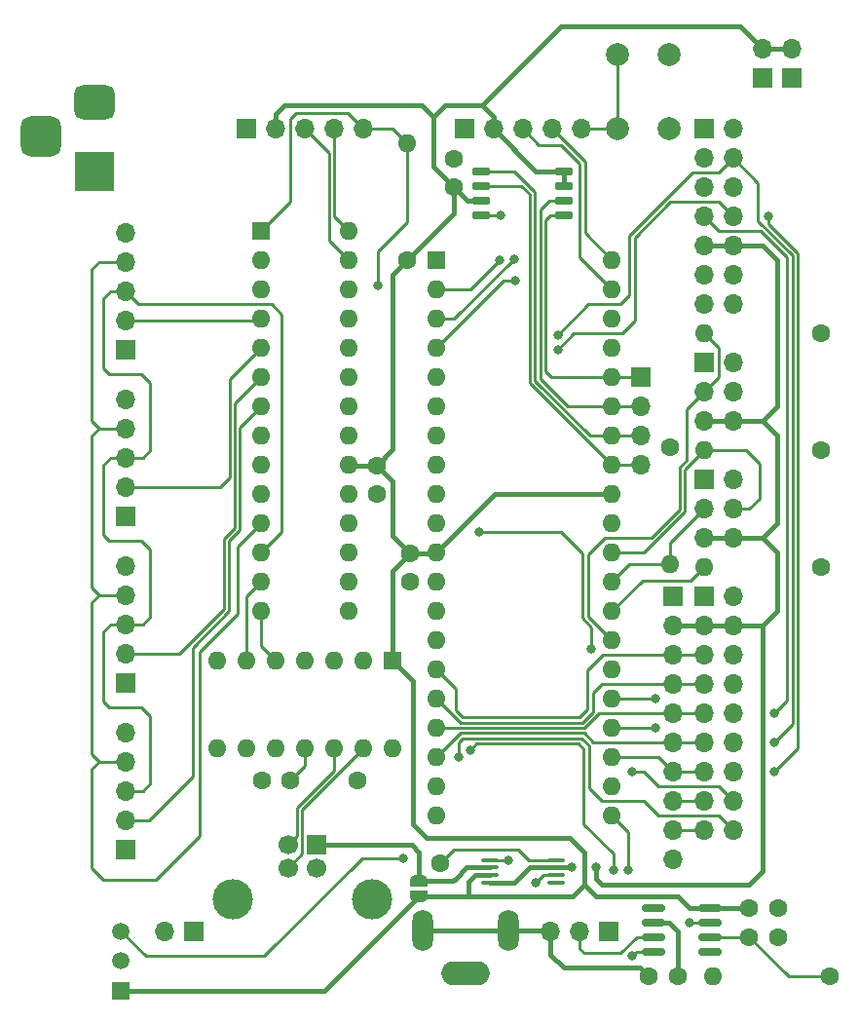
<source format=gtl>
%TF.GenerationSoftware,KiCad,Pcbnew,5.99.0-unknown-3b7f5a3db7~131~ubuntu20.04.1*%
%TF.CreationDate,2021-09-21T00:43:14-05:00*%
%TF.ProjectId,pictas,70696374-6173-42e6-9b69-6361645f7063,rev?*%
%TF.SameCoordinates,Original*%
%TF.FileFunction,Copper,L1,Top*%
%TF.FilePolarity,Positive*%
%FSLAX46Y46*%
G04 Gerber Fmt 4.6, Leading zero omitted, Abs format (unit mm)*
G04 Created by KiCad (PCBNEW 5.99.0-unknown-3b7f5a3db7~131~ubuntu20.04.1) date 2021-09-21 00:43:14*
%MOMM*%
%LPD*%
G01*
G04 APERTURE LIST*
G04 Aperture macros list*
%AMRoundRect*
0 Rectangle with rounded corners*
0 $1 Rounding radius*
0 $2 $3 $4 $5 $6 $7 $8 $9 X,Y pos of 4 corners*
0 Add a 4 corners polygon primitive as box body*
4,1,4,$2,$3,$4,$5,$6,$7,$8,$9,$2,$3,0*
0 Add four circle primitives for the rounded corners*
1,1,$1+$1,$2,$3*
1,1,$1+$1,$4,$5*
1,1,$1+$1,$6,$7*
1,1,$1+$1,$8,$9*
0 Add four rect primitives between the rounded corners*
20,1,$1+$1,$2,$3,$4,$5,0*
20,1,$1+$1,$4,$5,$6,$7,0*
20,1,$1+$1,$6,$7,$8,$9,0*
20,1,$1+$1,$8,$9,$2,$3,0*%
%AMHorizOval*
0 Thick line with rounded ends*
0 $1 width*
0 $2 $3 position (X,Y) of the first rounded end (center of the circle)*
0 $4 $5 position (X,Y) of the second rounded end (center of the circle)*
0 Add line between two ends*
20,1,$1,$2,$3,$4,$5,0*
0 Add two circle primitives to create the rounded ends*
1,1,$1,$2,$3*
1,1,$1,$4,$5*%
%AMFreePoly0*
4,1,22,0.500000,-0.750000,0.000000,-0.750000,0.000000,-0.745033,-0.079941,-0.743568,-0.215256,-0.701293,-0.333266,-0.622738,-0.424486,-0.514219,-0.481581,-0.384460,-0.499164,-0.250000,-0.500000,-0.250000,-0.500000,0.250000,-0.499164,0.250000,-0.499963,0.256109,-0.478152,0.396186,-0.417904,0.524511,-0.324060,0.630769,-0.204165,0.706417,-0.067858,0.745374,0.000000,0.744959,0.000000,0.750000,
0.500000,0.750000,0.500000,-0.750000,0.500000,-0.750000,$1*%
%AMFreePoly1*
4,1,20,0.000000,0.744959,0.073905,0.744508,0.209726,0.703889,0.328688,0.626782,0.421226,0.519385,0.479903,0.390333,0.500000,0.250000,0.500000,-0.250000,0.499851,-0.262216,0.476331,-0.402017,0.414519,-0.529596,0.319384,-0.634700,0.198574,-0.708877,0.061801,-0.746166,0.000000,-0.745033,0.000000,-0.750000,-0.500000,-0.750000,-0.500000,0.750000,0.000000,0.750000,0.000000,0.744959,
0.000000,0.744959,$1*%
G04 Aperture macros list end*
%TA.AperFunction,ComponentPad*%
%ADD10R,3.500000X3.500000*%
%TD*%
%TA.AperFunction,ComponentPad*%
%ADD11RoundRect,0.750000X-1.000000X0.750000X-1.000000X-0.750000X1.000000X-0.750000X1.000000X0.750000X0*%
%TD*%
%TA.AperFunction,ComponentPad*%
%ADD12RoundRect,0.875000X-0.875000X0.875000X-0.875000X-0.875000X0.875000X-0.875000X0.875000X0.875000X0*%
%TD*%
%TA.AperFunction,SMDPad,CuDef*%
%ADD13RoundRect,0.150000X-0.650000X-0.150000X0.650000X-0.150000X0.650000X0.150000X-0.650000X0.150000X0*%
%TD*%
%TA.AperFunction,ComponentPad*%
%ADD14R,1.700000X1.700000*%
%TD*%
%TA.AperFunction,ComponentPad*%
%ADD15O,1.700000X1.700000*%
%TD*%
%TA.AperFunction,ComponentPad*%
%ADD16C,1.600000*%
%TD*%
%TA.AperFunction,ComponentPad*%
%ADD17R,1.600000X1.600000*%
%TD*%
%TA.AperFunction,ComponentPad*%
%ADD18O,1.600000X1.600000*%
%TD*%
%TA.AperFunction,SMDPad,CuDef*%
%ADD19RoundRect,0.150000X-0.825000X-0.150000X0.825000X-0.150000X0.825000X0.150000X-0.825000X0.150000X0*%
%TD*%
%TA.AperFunction,ComponentPad*%
%ADD20R,1.500000X1.500000*%
%TD*%
%TA.AperFunction,ComponentPad*%
%ADD21C,1.500000*%
%TD*%
%TA.AperFunction,ComponentPad*%
%ADD22C,2.000000*%
%TD*%
%TA.AperFunction,ComponentPad*%
%ADD23C,1.700000*%
%TD*%
%TA.AperFunction,ComponentPad*%
%ADD24C,3.500000*%
%TD*%
%TA.AperFunction,ComponentPad*%
%ADD25O,1.800000X3.600000*%
%TD*%
%TA.AperFunction,ComponentPad*%
%ADD26O,4.200000X2.100000*%
%TD*%
%TA.AperFunction,ComponentPad*%
%ADD27HorizOval,1.600000X0.000000X0.000000X0.000000X0.000000X0*%
%TD*%
%TA.AperFunction,SMDPad,CuDef*%
%ADD28FreePoly0,90.000000*%
%TD*%
%TA.AperFunction,SMDPad,CuDef*%
%ADD29FreePoly1,90.000000*%
%TD*%
%TA.AperFunction,SMDPad,CuDef*%
%ADD30RoundRect,0.100000X0.637500X0.100000X-0.637500X0.100000X-0.637500X-0.100000X0.637500X-0.100000X0*%
%TD*%
%TA.AperFunction,ViaPad*%
%ADD31C,0.800000*%
%TD*%
%TA.AperFunction,Conductor*%
%ADD32C,0.250000*%
%TD*%
%TA.AperFunction,Conductor*%
%ADD33C,0.400000*%
%TD*%
G04 APERTURE END LIST*
D10*
X75184000Y-64643000D03*
D11*
X75184000Y-58643000D03*
D12*
X70484000Y-61643000D03*
D13*
X108795000Y-64643000D03*
X108795000Y-65913000D03*
X108795000Y-67183000D03*
X108795000Y-68453000D03*
X115995000Y-68453000D03*
X115995000Y-67183000D03*
X115995000Y-65913000D03*
X115995000Y-64643000D03*
D14*
X77851000Y-94615000D03*
D15*
X77851000Y-92075000D03*
X77851000Y-89535000D03*
X77851000Y-86995000D03*
X77851000Y-84455000D03*
D14*
X77851000Y-123571000D03*
D15*
X77851000Y-121031000D03*
X77851000Y-118491000D03*
X77851000Y-115951000D03*
X77851000Y-113411000D03*
D14*
X107315000Y-60960000D03*
D15*
X109855000Y-60960000D03*
X112395000Y-60960000D03*
X114935000Y-60960000D03*
X117475000Y-60960000D03*
D16*
X89702000Y-117602000D03*
X92202000Y-117602000D03*
D14*
X88392000Y-60960000D03*
D15*
X90932000Y-60960000D03*
X93472000Y-60960000D03*
X96012000Y-60960000D03*
X98552000Y-60960000D03*
D17*
X104902000Y-72390000D03*
D18*
X104902000Y-74930000D03*
X104902000Y-77470000D03*
X104902000Y-80010000D03*
X104902000Y-82550000D03*
X104902000Y-85090000D03*
X104902000Y-87630000D03*
X104902000Y-90170000D03*
X104902000Y-92710000D03*
X104902000Y-95250000D03*
X104902000Y-97790000D03*
X104902000Y-100330000D03*
X104902000Y-102870000D03*
X104902000Y-105410000D03*
X104902000Y-107950000D03*
X104902000Y-110490000D03*
X104902000Y-113030000D03*
X104902000Y-115570000D03*
X104902000Y-118110000D03*
X104902000Y-120650000D03*
X120142000Y-120650000D03*
X120142000Y-118110000D03*
X120142000Y-115570000D03*
X120142000Y-113030000D03*
X120142000Y-110490000D03*
X120142000Y-107950000D03*
X120142000Y-105410000D03*
X120142000Y-102870000D03*
X120142000Y-100330000D03*
X120142000Y-97790000D03*
X120142000Y-95250000D03*
X120142000Y-92710000D03*
X120142000Y-90170000D03*
X120142000Y-87630000D03*
X120142000Y-85090000D03*
X120142000Y-82550000D03*
X120142000Y-80010000D03*
X120142000Y-77470000D03*
X120142000Y-74930000D03*
X120142000Y-72390000D03*
D16*
X102616000Y-100330000D03*
X102616000Y-97830000D03*
X99695000Y-92710000D03*
X99695000Y-90210000D03*
X102362000Y-72390000D03*
D18*
X102362000Y-62230000D03*
D16*
X138303000Y-88900000D03*
D18*
X128143000Y-88900000D03*
D16*
X138303000Y-78740000D03*
D18*
X128143000Y-78740000D03*
D14*
X128143000Y-81280000D03*
D15*
X130683000Y-81280000D03*
X128143000Y-83820000D03*
X130683000Y-83820000D03*
X128143000Y-86360000D03*
X130683000Y-86360000D03*
D16*
X125222000Y-88646000D03*
D18*
X125222000Y-98806000D03*
D14*
X128143000Y-91440000D03*
D15*
X130683000Y-91440000D03*
X128143000Y-93980000D03*
X130683000Y-93980000D03*
X128143000Y-96520000D03*
X130683000Y-96520000D03*
D16*
X138303000Y-99060000D03*
D18*
X128143000Y-99060000D03*
D14*
X128143000Y-101600000D03*
D15*
X130683000Y-101600000D03*
X128143000Y-104140000D03*
X130683000Y-104140000D03*
X128143000Y-106680000D03*
X130683000Y-106680000D03*
X128143000Y-109220000D03*
X130683000Y-109220000D03*
X128143000Y-111760000D03*
X130683000Y-111760000D03*
X128143000Y-114300000D03*
X130683000Y-114300000D03*
X128143000Y-116840000D03*
X130683000Y-116840000D03*
X128143000Y-119380000D03*
X130683000Y-119380000D03*
X128143000Y-121920000D03*
X130683000Y-121920000D03*
D14*
X125476000Y-101600000D03*
D15*
X125476000Y-104140000D03*
X125476000Y-106680000D03*
X125476000Y-109220000D03*
X125476000Y-111760000D03*
X125476000Y-114300000D03*
X125476000Y-116840000D03*
X125476000Y-119380000D03*
X125476000Y-121920000D03*
X125476000Y-124460000D03*
D14*
X119888000Y-130683000D03*
D15*
X117348000Y-130683000D03*
X114808000Y-130683000D03*
D16*
X132080000Y-131191000D03*
X134580000Y-131191000D03*
X125857000Y-134620000D03*
X123357000Y-134620000D03*
X139065000Y-134620000D03*
D18*
X128905000Y-134620000D03*
D19*
X123763000Y-128651000D03*
X123763000Y-129921000D03*
X123763000Y-131191000D03*
X123763000Y-132461000D03*
X128713000Y-132461000D03*
X128713000Y-131191000D03*
X128713000Y-129921000D03*
X128713000Y-128651000D03*
D18*
X101092000Y-114808000D03*
X98552000Y-114808000D03*
X96012000Y-114808000D03*
X93472000Y-114808000D03*
X90932000Y-114808000D03*
X88392000Y-114808000D03*
X85852000Y-114808000D03*
X85852000Y-107188000D03*
X88392000Y-107188000D03*
X90932000Y-107188000D03*
X93472000Y-107188000D03*
X96012000Y-107188000D03*
X98552000Y-107188000D03*
D17*
X101092000Y-107188000D03*
D14*
X128143000Y-60960000D03*
D15*
X130683000Y-60960000D03*
X128143000Y-63500000D03*
X130683000Y-63500000D03*
X128143000Y-66040000D03*
X130683000Y-66040000D03*
X128143000Y-68580000D03*
X130683000Y-68580000D03*
X128143000Y-71120000D03*
X130683000Y-71120000D03*
X128143000Y-73660000D03*
X130683000Y-73660000D03*
X128143000Y-76200000D03*
X130683000Y-76200000D03*
D14*
X83820000Y-130683000D03*
D15*
X81280000Y-130683000D03*
D20*
X77470000Y-135890000D03*
D21*
X77470000Y-133290000D03*
X77470000Y-130690000D03*
D22*
X125095000Y-54483000D03*
X125095000Y-60983000D03*
X120595000Y-54483000D03*
X120595000Y-60983000D03*
D14*
X77851000Y-80137000D03*
D15*
X77851000Y-77597000D03*
X77851000Y-75057000D03*
X77851000Y-72517000D03*
X77851000Y-69977000D03*
D14*
X77851000Y-109093000D03*
D15*
X77851000Y-106553000D03*
X77851000Y-104013000D03*
X77851000Y-101473000D03*
X77851000Y-98933000D03*
D14*
X135763000Y-56515000D03*
D15*
X135763000Y-53975000D03*
D14*
X133223000Y-56515000D03*
D15*
X133223000Y-53975000D03*
D14*
X94488000Y-123190000D03*
D23*
X91988000Y-123190000D03*
X91988000Y-125190000D03*
X94488000Y-125190000D03*
D24*
X99258000Y-127900000D03*
X87218000Y-127900000D03*
D25*
X111192000Y-130666000D03*
X103692000Y-130666000D03*
D26*
X107442000Y-134366000D03*
D14*
X122682000Y-82550000D03*
D15*
X122682000Y-85090000D03*
X122682000Y-87630000D03*
X122682000Y-90170000D03*
D17*
X89662000Y-69850000D03*
D18*
X89662000Y-72390000D03*
X89662000Y-74930000D03*
X89662000Y-77470000D03*
X89662000Y-80010000D03*
X89662000Y-82550000D03*
X89662000Y-85090000D03*
X89662000Y-87630000D03*
X89662000Y-90170000D03*
X89662000Y-92710000D03*
X89662000Y-95250000D03*
X89662000Y-97790000D03*
X89662000Y-100330000D03*
X89662000Y-102870000D03*
X97282000Y-102870000D03*
X97282000Y-100330000D03*
X97282000Y-97790000D03*
X97282000Y-95250000D03*
X97282000Y-92710000D03*
X97282000Y-90170000D03*
X97282000Y-87630000D03*
X97282000Y-85090000D03*
X97282000Y-82550000D03*
X97282000Y-80010000D03*
X97282000Y-77470000D03*
X97282000Y-74930000D03*
X97282000Y-72390000D03*
X97282000Y-69850000D03*
D16*
X98044000Y-117602000D03*
D27*
X105228205Y-124786205D03*
D28*
X103378000Y-127650000D03*
D29*
X103378000Y-126350000D03*
D16*
X106426000Y-63540000D03*
X106426000Y-66040000D03*
D30*
X115257500Y-126451000D03*
X115257500Y-125801000D03*
X115257500Y-125151000D03*
X115257500Y-124501000D03*
X109532500Y-124501000D03*
X109532500Y-125151000D03*
X109532500Y-125801000D03*
X109532500Y-126451000D03*
D16*
X134580000Y-128651000D03*
X132080000Y-128651000D03*
D31*
X99822000Y-74549000D03*
X118745000Y-125145800D03*
X116624100Y-125145800D03*
X121920000Y-132842000D03*
X111125000Y-124510800D03*
X110490000Y-68453000D03*
X113538000Y-126492000D03*
X126873000Y-129921000D03*
X121539000Y-125349000D03*
X120269000Y-125349000D03*
X107823000Y-114935000D03*
X101981000Y-124333000D03*
X115443000Y-80137000D03*
X134239000Y-116840000D03*
X133731000Y-68580000D03*
X111762820Y-74168000D03*
X134239000Y-111760000D03*
X110363000Y-72390000D03*
X134239000Y-114300000D03*
X115443000Y-78867000D03*
X111633000Y-72263000D03*
X106807000Y-115570000D03*
X123952000Y-110490000D03*
X121920000Y-116840000D03*
X118364000Y-106172000D03*
X108585000Y-96012000D03*
X123952000Y-113030000D03*
D32*
X139065000Y-134620000D02*
X135509000Y-134620000D01*
X135509000Y-134620000D02*
X132080000Y-131191000D01*
X128713000Y-131191000D02*
X132080000Y-131191000D01*
D33*
X125857000Y-127635000D02*
X118745000Y-127635000D01*
X117729000Y-126619000D02*
X118745000Y-127635000D01*
X101092000Y-107188000D02*
X102870000Y-108966000D01*
X102870000Y-108966000D02*
X102870000Y-121412000D01*
X102870000Y-121412000D02*
X104013000Y-122555000D01*
X104013000Y-122555000D02*
X116459000Y-122555000D01*
X116459000Y-122555000D02*
X117729000Y-123825000D01*
X117729000Y-123825000D02*
X117729000Y-126619000D01*
X117729000Y-126619000D02*
X117475000Y-126873000D01*
X119634000Y-126619000D02*
X119253000Y-126619000D01*
X119253000Y-126619000D02*
X118745000Y-126111000D01*
X119634000Y-126619000D02*
X132080000Y-126619000D01*
X118745000Y-126111000D02*
X118745000Y-125145800D01*
D32*
X102362000Y-69088000D02*
X99822000Y-71628000D01*
X99822000Y-71628000D02*
X99822000Y-74549000D01*
X104902000Y-107950000D02*
X106553000Y-109601000D01*
X106553000Y-109601000D02*
X106553000Y-111505282D01*
X119380000Y-106680000D02*
X125476000Y-106680000D01*
X106553000Y-111505282D02*
X107178678Y-112130960D01*
X107178678Y-112130960D02*
X117358040Y-112130960D01*
X117358040Y-112130960D02*
X118041480Y-111447520D01*
X118041480Y-111447520D02*
X118041480Y-108018520D01*
X118041480Y-108018520D02*
X119380000Y-106680000D01*
X126619000Y-89787590D02*
X126041990Y-90364600D01*
X128143000Y-83820000D02*
X126619000Y-85344000D01*
X118110000Y-103378000D02*
X120142000Y-105410000D01*
X126041990Y-94047600D02*
X123569590Y-96520000D01*
X128143000Y-83820000D02*
X129413000Y-82550000D01*
X119507000Y-96520000D02*
X118110000Y-97917000D01*
X129413000Y-82550000D02*
X129413000Y-80010000D01*
X118110000Y-97917000D02*
X118110000Y-103378000D01*
X126619000Y-85344000D02*
X126619000Y-89787590D01*
X126041990Y-90364600D02*
X126041990Y-94047600D01*
X129413000Y-80010000D02*
X128143000Y-78740000D01*
X123569590Y-96520000D02*
X119507000Y-96520000D01*
D33*
X133223000Y-86360000D02*
X134493000Y-85090000D01*
X134493000Y-72390000D02*
X133223000Y-71120000D01*
X133223000Y-71120000D02*
X130683000Y-71120000D01*
X115257500Y-125151000D02*
X112974000Y-125151000D01*
X112974000Y-125151000D02*
X111674000Y-126451000D01*
X111674000Y-126451000D02*
X109532500Y-126451000D01*
X134493000Y-102870000D02*
X133223000Y-104140000D01*
X128143000Y-96520000D02*
X130683000Y-96520000D01*
X134493000Y-97790000D02*
X134493000Y-102870000D01*
X134493000Y-72390000D02*
X134493000Y-85090000D01*
X133223000Y-96520000D02*
X130683000Y-96520000D01*
X133223000Y-125476000D02*
X133223000Y-104140000D01*
X132080000Y-126619000D02*
X133223000Y-125476000D01*
X116618900Y-125151000D02*
X116624100Y-125145800D01*
X134493000Y-87630000D02*
X133223000Y-86360000D01*
X128143000Y-104140000D02*
X125476000Y-104140000D01*
X115257500Y-125151000D02*
X116618900Y-125151000D01*
X128143000Y-71120000D02*
X130683000Y-71120000D01*
X130683000Y-104140000D02*
X128143000Y-104140000D01*
X133223000Y-104140000D02*
X130683000Y-104140000D01*
X133223000Y-96520000D02*
X134493000Y-97790000D01*
X128143000Y-86360000D02*
X130683000Y-86360000D01*
X133223000Y-86360000D02*
X130683000Y-86360000D01*
X134493000Y-87630000D02*
X134493000Y-95250000D01*
X133223000Y-96520000D02*
X134493000Y-95250000D01*
D32*
X122809000Y-100203000D02*
X127000000Y-100203000D01*
X120142000Y-102870000D02*
X122809000Y-100203000D01*
X127000000Y-100203000D02*
X128143000Y-99060000D01*
X120142000Y-100330000D02*
X121666000Y-98806000D01*
X121666000Y-98806000D02*
X125222000Y-98806000D01*
X125222000Y-98806000D02*
X125222000Y-96901000D01*
X125222000Y-96901000D02*
X128143000Y-93980000D01*
X122936000Y-97790000D02*
X126492000Y-94234000D01*
X126492000Y-94234000D02*
X126492000Y-90551000D01*
X126492000Y-90551000D02*
X128143000Y-88900000D01*
X131826000Y-88900000D02*
X132969000Y-90043000D01*
X132969000Y-93091000D02*
X132080000Y-93980000D01*
X120142000Y-97790000D02*
X122936000Y-97790000D01*
X132969000Y-90043000D02*
X132969000Y-93091000D01*
X128143000Y-88900000D02*
X131826000Y-88900000D01*
X132080000Y-93980000D02*
X130683000Y-93980000D01*
D33*
X103378000Y-123825000D02*
X102743000Y-123190000D01*
X102743000Y-123190000D02*
X94488000Y-123190000D01*
X103378000Y-126350000D02*
X106314000Y-126350000D01*
X107513000Y-125151000D02*
X109532500Y-125151000D01*
X106553000Y-126111000D02*
X107513000Y-125151000D01*
X103378000Y-126350000D02*
X103378000Y-123825000D01*
X106314000Y-126350000D02*
X106553000Y-126111000D01*
D32*
X92768480Y-122409520D02*
X92768480Y-119955803D01*
X92768480Y-119955803D02*
X96012000Y-116712283D01*
X96012000Y-116712283D02*
X96012000Y-114808000D01*
X91988000Y-123190000D02*
X92768480Y-122409520D01*
X98552000Y-114808000D02*
X93218000Y-120142000D01*
X93218000Y-123960000D02*
X93218000Y-120142000D01*
X91988000Y-125190000D02*
X93218000Y-123960000D01*
X92202000Y-117602000D02*
X93472000Y-116332000D01*
X93472000Y-116332000D02*
X93472000Y-114808000D01*
X74930000Y-125222000D02*
X75946000Y-126238000D01*
X75565000Y-72517000D02*
X74930000Y-73152000D01*
X74930000Y-116586000D02*
X74930000Y-125222000D01*
X84328000Y-122428000D02*
X84328000Y-106426000D01*
X77851000Y-72517000D02*
X75565000Y-72517000D01*
X75565000Y-86995000D02*
X74930000Y-86360000D01*
X75565000Y-101473000D02*
X74930000Y-102108000D01*
X74930000Y-87630000D02*
X74930000Y-100838000D01*
X75565000Y-101473000D02*
X74930000Y-100838000D01*
X75565000Y-86995000D02*
X74930000Y-87630000D01*
X75565000Y-115951000D02*
X77851000Y-115951000D01*
X87630000Y-103124000D02*
X87630000Y-97282000D01*
X75946000Y-126238000D02*
X80518000Y-126238000D01*
X74930000Y-115316000D02*
X75565000Y-115951000D01*
X74930000Y-73152000D02*
X74930000Y-86360000D01*
X77851000Y-86995000D02*
X75565000Y-86995000D01*
X87630000Y-97282000D02*
X89662000Y-95250000D01*
X74930000Y-102108000D02*
X74930000Y-115316000D01*
X84328000Y-106426000D02*
X87630000Y-103124000D01*
X77851000Y-101473000D02*
X75565000Y-101473000D01*
X75565000Y-115951000D02*
X74930000Y-116586000D01*
X80518000Y-126238000D02*
X84328000Y-122428000D01*
X79248000Y-111252000D02*
X80010000Y-112014000D01*
X77851000Y-104013000D02*
X76581000Y-104013000D01*
X79375000Y-104013000D02*
X77851000Y-104013000D01*
X76581000Y-104013000D02*
X75946000Y-104648000D01*
X76454000Y-111252000D02*
X79248000Y-111252000D01*
X80010000Y-117856000D02*
X79375000Y-118491000D01*
X80010000Y-112014000D02*
X80010000Y-117856000D01*
X75946000Y-110744000D02*
X76454000Y-111252000D01*
X75946000Y-104648000D02*
X75946000Y-110744000D01*
X76454000Y-96774000D02*
X79248000Y-96774000D01*
X79248000Y-82296000D02*
X80010000Y-83058000D01*
X75946000Y-81788000D02*
X76454000Y-82296000D01*
X76454000Y-82296000D02*
X79248000Y-82296000D01*
X89662000Y-97790000D02*
X91440000Y-96012000D01*
X76581000Y-75057000D02*
X75946000Y-75692000D01*
X91440000Y-96012000D02*
X91440000Y-77089000D01*
X77851000Y-75057000D02*
X76581000Y-75057000D01*
X90551000Y-76200000D02*
X78994000Y-76200000D01*
X75946000Y-96266000D02*
X76454000Y-96774000D01*
X79375000Y-89535000D02*
X77851000Y-89535000D01*
X79248000Y-96774000D02*
X80010000Y-97536000D01*
X80010000Y-88900000D02*
X79375000Y-89535000D01*
X76581000Y-89535000D02*
X75946000Y-90170000D01*
X80010000Y-83058000D02*
X80010000Y-88900000D01*
X75946000Y-90170000D02*
X75946000Y-96266000D01*
X78994000Y-76200000D02*
X77851000Y-75057000D01*
X75946000Y-75692000D02*
X75946000Y-81788000D01*
X91440000Y-77089000D02*
X90551000Y-76200000D01*
X80010000Y-103378000D02*
X79375000Y-104013000D01*
X79375000Y-118491000D02*
X77851000Y-118491000D01*
X80010000Y-97536000D02*
X80010000Y-103378000D01*
X77851000Y-89535000D02*
X76581000Y-89535000D01*
X89535000Y-77597000D02*
X89662000Y-77470000D01*
X77851000Y-77597000D02*
X89535000Y-77597000D01*
X86106000Y-92075000D02*
X86921460Y-91259540D01*
X86921460Y-82750540D02*
X89662000Y-80010000D01*
X77851000Y-92075000D02*
X86106000Y-92075000D01*
X86921460Y-91259540D02*
X86921460Y-82750540D01*
X86418480Y-96587802D02*
X87370980Y-95635302D01*
X87370980Y-95635302D02*
X87370980Y-84841020D01*
X86418480Y-102683803D02*
X86418480Y-96587802D01*
X82549283Y-106553000D02*
X86418480Y-102683803D01*
X77851000Y-106553000D02*
X82549283Y-106553000D01*
X87370980Y-84841020D02*
X89662000Y-82550000D01*
X108795000Y-68453000D02*
X110490000Y-68453000D01*
X122301000Y-132461000D02*
X121920000Y-132842000D01*
X115257500Y-125801000D02*
X114229000Y-125801000D01*
X123763000Y-132461000D02*
X122301000Y-132461000D01*
X114229000Y-125801000D02*
X113538000Y-126492000D01*
X111115200Y-124501000D02*
X111125000Y-124510800D01*
X109532500Y-124501000D02*
X111115200Y-124501000D01*
D33*
X109855000Y-59944000D02*
X108839000Y-58928000D01*
X104648000Y-64262000D02*
X106426000Y-66040000D01*
X104862000Y-97830000D02*
X104902000Y-97790000D01*
X100950000Y-130063000D02*
X95123000Y-135890000D01*
X109532500Y-125801000D02*
X108260000Y-125801000D01*
X102616000Y-97830000D02*
X104862000Y-97830000D01*
X101092000Y-99354000D02*
X102616000Y-97830000D01*
X99695000Y-90210000D02*
X97322000Y-90210000D01*
X101092000Y-91607000D02*
X99695000Y-90210000D01*
X104902000Y-97790000D02*
X109982000Y-92710000D01*
X100965000Y-130063000D02*
X100950000Y-130063000D01*
X101092000Y-96306000D02*
X101092000Y-91607000D01*
X103393000Y-127635000D02*
X103378000Y-127650000D01*
X101092000Y-88813000D02*
X101092000Y-73660000D01*
X109855000Y-60960000D02*
X113538000Y-64643000D01*
X104648000Y-59944000D02*
X103632000Y-58928000D01*
X106426000Y-68326000D02*
X106362500Y-68389500D01*
X102616000Y-97830000D02*
X101092000Y-96306000D01*
X104648000Y-59944000D02*
X105664000Y-58928000D01*
X104648000Y-64262000D02*
X104648000Y-59944000D01*
X113538000Y-64643000D02*
X115995000Y-64643000D01*
X126873000Y-128651000D02*
X125857000Y-127635000D01*
X115697000Y-52070000D02*
X131318000Y-52070000D01*
X102362000Y-72390000D02*
X106362500Y-68389500D01*
X116332000Y-127635000D02*
X107696000Y-127635000D01*
X109982000Y-92710000D02*
X120142000Y-92710000D01*
X103378000Y-127650000D02*
X100965000Y-130063000D01*
X106426000Y-66040000D02*
X106426000Y-68326000D01*
X107696000Y-127635000D02*
X103393000Y-127635000D01*
X99695000Y-90210000D02*
X101092000Y-88813000D01*
X133223000Y-53975000D02*
X135763000Y-53975000D01*
X107696000Y-126365000D02*
X107696000Y-127635000D01*
X128713000Y-128651000D02*
X132080000Y-128651000D01*
X128713000Y-128651000D02*
X126873000Y-128651000D01*
X108260000Y-125801000D02*
X107696000Y-126365000D01*
X90932000Y-59690000D02*
X90932000Y-60960000D01*
X131318000Y-52070000D02*
X133223000Y-53975000D01*
X107569000Y-67183000D02*
X108795000Y-67183000D01*
X97322000Y-90210000D02*
X97282000Y-90170000D01*
X103632000Y-58928000D02*
X91694000Y-58928000D01*
X106426000Y-66040000D02*
X107569000Y-67183000D01*
X109855000Y-60960000D02*
X109855000Y-59944000D01*
X108839000Y-58928000D02*
X105664000Y-58928000D01*
X115995000Y-65913000D02*
X115995000Y-64643000D01*
X91694000Y-58928000D02*
X90932000Y-59690000D01*
X101092000Y-107188000D02*
X101092000Y-99354000D01*
X108839000Y-58928000D02*
X115697000Y-52070000D01*
X95123000Y-135890000D02*
X77470000Y-135890000D01*
X116332000Y-127635000D02*
X116713000Y-127635000D01*
X101092000Y-73660000D02*
X102362000Y-72390000D01*
X116713000Y-127635000D02*
X117475000Y-126873000D01*
D32*
X113468989Y-66477579D02*
X113468990Y-82860580D01*
X113468990Y-82860580D02*
X118238410Y-87630000D01*
X120142000Y-87630000D02*
X122682000Y-87630000D01*
X108795000Y-64643000D02*
X111634410Y-64643000D01*
X111634410Y-64643000D02*
X113468989Y-66477579D01*
X118238410Y-87630000D02*
X120142000Y-87630000D01*
X120142000Y-82550000D02*
X114877010Y-82550000D01*
X114369010Y-68891990D02*
X114808000Y-68453000D01*
X114369010Y-82042000D02*
X114369010Y-68891990D01*
X114877010Y-82550000D02*
X114369010Y-82042000D01*
X114808000Y-68453000D02*
X115995000Y-68453000D01*
X120142000Y-82550000D02*
X122682000Y-82550000D01*
X115995000Y-67183000D02*
X114681000Y-67183000D01*
X122682000Y-85090000D02*
X120142000Y-85090000D01*
X113919000Y-82674180D02*
X116334820Y-85090000D01*
X116334820Y-85090000D02*
X120142000Y-85090000D01*
X113919000Y-67945000D02*
X113919000Y-82674180D01*
X114681000Y-67183000D02*
X113919000Y-67945000D01*
X113018980Y-66663980D02*
X112268000Y-65913000D01*
X122682000Y-90170000D02*
X120142000Y-90170000D01*
X112268000Y-65913000D02*
X108795000Y-65913000D01*
X120142000Y-90170000D02*
X113018980Y-83046980D01*
X113018980Y-83046980D02*
X113018980Y-66663980D01*
D33*
X115951000Y-133858000D02*
X122595000Y-133858000D01*
X114808000Y-130683000D02*
X114808000Y-132715000D01*
X122595000Y-133858000D02*
X123357000Y-134620000D01*
X114808000Y-132715000D02*
X115951000Y-133858000D01*
X114791000Y-130666000D02*
X114808000Y-130683000D01*
X103692000Y-130666000D02*
X111192000Y-130666000D01*
X111192000Y-130666000D02*
X114791000Y-130666000D01*
D32*
X121539000Y-125349000D02*
X121539000Y-122047000D01*
X128713000Y-129921000D02*
X126873000Y-129921000D01*
X121539000Y-122047000D02*
X120142000Y-120650000D01*
X117348000Y-130683000D02*
X117348000Y-132207000D01*
X120269000Y-123952000D02*
X117689361Y-121372361D01*
X120904000Y-132588000D02*
X122301000Y-131191000D01*
X117729000Y-132588000D02*
X120904000Y-132588000D01*
X117348000Y-132207000D02*
X117729000Y-132588000D01*
X108379440Y-114378560D02*
X107823000Y-114935000D01*
X122301000Y-131191000D02*
X123763000Y-131191000D01*
X117220282Y-114378560D02*
X108379440Y-114378560D01*
X117689361Y-114847639D02*
X117220282Y-114378560D01*
X117689361Y-121372361D02*
X117689361Y-114847639D01*
X120269000Y-125349000D02*
X120269000Y-123952000D01*
X102362000Y-64516000D02*
X102362000Y-62230000D01*
X98552000Y-60960000D02*
X101092000Y-60960000D01*
X98552000Y-60960000D02*
X97155000Y-59563000D01*
X92202000Y-60071000D02*
X92202000Y-67310000D01*
X92710000Y-59563000D02*
X92202000Y-60071000D01*
X117475000Y-60960000D02*
X120572000Y-60960000D01*
X120595000Y-60983000D02*
X120595000Y-54483000D01*
X101092000Y-60960000D02*
X102362000Y-62230000D01*
X92202000Y-67310000D02*
X89662000Y-69850000D01*
X97155000Y-59563000D02*
X92710000Y-59563000D01*
X102362000Y-64516000D02*
X102362000Y-69088000D01*
X120572000Y-60960000D02*
X120595000Y-60983000D01*
X98425000Y-124333000D02*
X89916000Y-132842000D01*
X79622000Y-132842000D02*
X77470000Y-130690000D01*
X101981000Y-124333000D02*
X98425000Y-124333000D01*
X89916000Y-132842000D02*
X79622000Y-132842000D01*
X83693000Y-117221000D02*
X83693000Y-106045000D01*
X83693000Y-106045000D02*
X86868000Y-102870000D01*
X77851000Y-121031000D02*
X79883000Y-121031000D01*
X87820500Y-95821500D02*
X87820500Y-86931500D01*
X87820500Y-86931500D02*
X89662000Y-85090000D01*
X79883000Y-121031000D02*
X83693000Y-117221000D01*
X86868000Y-96774000D02*
X87820500Y-95821500D01*
X86868000Y-102870000D02*
X86868000Y-96774000D01*
X122116010Y-70417400D02*
X125223410Y-67310000D01*
X136282018Y-114796980D02*
X136282018Y-72505982D01*
X136282018Y-71763198D02*
X136282018Y-72505982D01*
X122116010Y-77654990D02*
X122116010Y-70417400D01*
X121031000Y-78740000D02*
X122116010Y-77654990D01*
X115443000Y-80137000D02*
X116840000Y-78740000D01*
X129413000Y-67310000D02*
X130683000Y-68580000D01*
X133731000Y-68580000D02*
X133731000Y-69212180D01*
X116967000Y-78740000D02*
X121031000Y-78740000D01*
X134239000Y-116840000D02*
X136282018Y-114796980D01*
X116840000Y-78740000D02*
X116967000Y-78740000D01*
X133731000Y-69212180D02*
X136282018Y-71763198D01*
X125223410Y-67310000D02*
X129413000Y-67310000D01*
X133096000Y-69850000D02*
X129413000Y-69850000D01*
X135382000Y-72136000D02*
X133096000Y-69850000D01*
X134239000Y-111760000D02*
X135382000Y-110617000D01*
X135382000Y-110617000D02*
X135382000Y-72136000D01*
X129413000Y-69850000D02*
X128143000Y-68580000D01*
X110744000Y-74168000D02*
X104902000Y-80010000D01*
X111762820Y-74168000D02*
X110744000Y-74168000D01*
X104902000Y-74930000D02*
X107823000Y-74930000D01*
X107823000Y-74930000D02*
X110363000Y-72390000D01*
X118110000Y-76200000D02*
X115443000Y-78867000D01*
X129413000Y-64770000D02*
X127127000Y-64770000D01*
X132843410Y-68961000D02*
X132843410Y-65660410D01*
X130683000Y-63500000D02*
X129413000Y-64770000D01*
X132843410Y-65660410D02*
X130683000Y-63500000D01*
X120904000Y-76200000D02*
X118110000Y-76200000D01*
X121666000Y-70231000D02*
X121666000Y-75438000D01*
X135832010Y-112706990D02*
X135832009Y-71949599D01*
X134239000Y-114300000D02*
X135832010Y-112706990D01*
X135832009Y-71949599D02*
X132843410Y-68961000D01*
X127127000Y-64770000D02*
X121666000Y-70231000D01*
X121666000Y-75438000D02*
X120904000Y-76200000D01*
X106426000Y-77470000D02*
X111633000Y-72263000D01*
X104902000Y-77470000D02*
X106426000Y-77470000D01*
X119253000Y-119380000D02*
X118138881Y-118265881D01*
X117542802Y-113929040D02*
X107178678Y-113929040D01*
X107178678Y-113929040D02*
X106807000Y-114300718D01*
X106807000Y-114300718D02*
X106807000Y-115570000D01*
X118138881Y-114525119D02*
X117542802Y-113929040D01*
X129413000Y-120650000D02*
X124206000Y-120650000D01*
X130683000Y-121920000D02*
X129413000Y-120650000D01*
X118138881Y-118265881D02*
X118138881Y-114525119D01*
X124206000Y-120650000D02*
X122936000Y-119380000D01*
X122936000Y-119380000D02*
X119253000Y-119380000D01*
X128143000Y-121920000D02*
X125476000Y-121920000D01*
X120142000Y-110490000D02*
X123952000Y-110490000D01*
X117591960Y-102626040D02*
X117591960Y-97906960D01*
X129413000Y-118110000D02*
X124206000Y-118110000D01*
X117591960Y-102626040D02*
X117591960Y-103495677D01*
X117591960Y-103495677D02*
X118364000Y-104267717D01*
X124206000Y-118110000D02*
X122936000Y-116840000D01*
X117591960Y-97906960D02*
X115697000Y-96012000D01*
X115697000Y-96012000D02*
X108585000Y-96012000D01*
X130683000Y-119380000D02*
X129413000Y-118110000D01*
X122936000Y-116840000D02*
X121920000Y-116840000D01*
X118364000Y-104267717D02*
X118364000Y-106172000D01*
X125476000Y-119380000D02*
X128143000Y-119380000D01*
X123952000Y-113030000D02*
X120142000Y-113030000D01*
X124206000Y-115570000D02*
X125476000Y-116840000D01*
X125476000Y-116840000D02*
X128143000Y-116840000D01*
X120142000Y-115570000D02*
X124206000Y-115570000D01*
X128143000Y-114300000D02*
X125476000Y-114300000D01*
X104902000Y-115570000D02*
X106992480Y-113479520D01*
X118549480Y-114300000D02*
X125476000Y-114300000D01*
X117729000Y-113479520D02*
X118549480Y-114300000D01*
X106992480Y-113479520D02*
X117729000Y-113479520D01*
X117730436Y-113030000D02*
X119000436Y-111760000D01*
X119000436Y-111760000D02*
X125476000Y-111760000D01*
X125476000Y-111760000D02*
X128143000Y-111760000D01*
X104902000Y-113030000D02*
X117730436Y-113030000D01*
X104902000Y-110490000D02*
X106992480Y-112580480D01*
X119253000Y-109220000D02*
X125476000Y-109220000D01*
X118491000Y-111633718D02*
X118491000Y-109982000D01*
X118491000Y-109982000D02*
X119253000Y-109220000D01*
X128143000Y-109220000D02*
X125476000Y-109220000D01*
X117544238Y-112580480D02*
X118491000Y-111633718D01*
X106992480Y-112580480D02*
X117544238Y-112580480D01*
X125476000Y-106680000D02*
X128143000Y-106680000D01*
D33*
X123763000Y-129921000D02*
X125095000Y-129921000D01*
X125095000Y-129921000D02*
X125857000Y-130683000D01*
X125857000Y-130683000D02*
X125857000Y-134620000D01*
D32*
X96012000Y-68580000D02*
X96012000Y-60960000D01*
X97282000Y-69850000D02*
X96012000Y-68580000D01*
X97282000Y-72390000D02*
X95562480Y-70670480D01*
X95562480Y-70670480D02*
X95562480Y-63050480D01*
X95562480Y-63050480D02*
X93472000Y-60960000D01*
X114935000Y-60960000D02*
X117798010Y-63823010D01*
X117798010Y-63823010D02*
X117798010Y-70046010D01*
X117798010Y-70046010D02*
X120142000Y-72390000D01*
X113792000Y-62357000D02*
X112395000Y-60960000D01*
X120142000Y-74930000D02*
X117348000Y-72136000D01*
X115695590Y-62357000D02*
X113792000Y-62357000D01*
X117348000Y-72136000D02*
X117348000Y-64009410D01*
X117348000Y-64009410D02*
X115695590Y-62357000D01*
X112014000Y-123571000D02*
X106443410Y-123571000D01*
X112944000Y-124501000D02*
X112014000Y-123571000D01*
X115257500Y-124501000D02*
X112944000Y-124501000D01*
X106443410Y-123571000D02*
X105228205Y-124786205D01*
X88392000Y-101600000D02*
X89662000Y-100330000D01*
X88392000Y-107188000D02*
X88392000Y-101600000D01*
X89662000Y-105918000D02*
X89662000Y-102870000D01*
X90932000Y-107188000D02*
X89662000Y-105918000D01*
M02*

</source>
